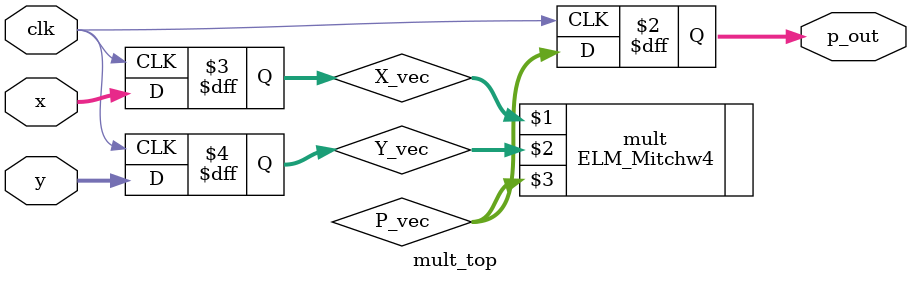
<source format=v>

`include "timescale.v"

module mult_top(
    // Clock and reset
    input clk,
    // Input X has a form x_i%d where %d denotes the bit number
    input  [15:0] x,
    // Input Y has a form y_i%d where %d denotes the bit number
    input  [15:0] y,
    // Output P has a form p_out%d where %d denotes the bit number
    output reg [31:0] p_out
    );

    
    // Now we have X_vec and Y_vec signal 
    // Then we do processing with these signals and store the 
    // intermidiate result in P_vec
    // For example purposes X_vec and Y_vec are concanated and stored in P_vec
    wire [31:0] P_vec;
    reg [15:0] X_vec;
    reg [15:0] Y_vec;
    
    ELM_Mitchw4 mult(X_vec,Y_vec,P_vec); 

 
    always @(posedge clk) 
    begin
        p_out = P_vec;
        X_vec = x;
        Y_vec = y;
    end

endmodule 


</source>
